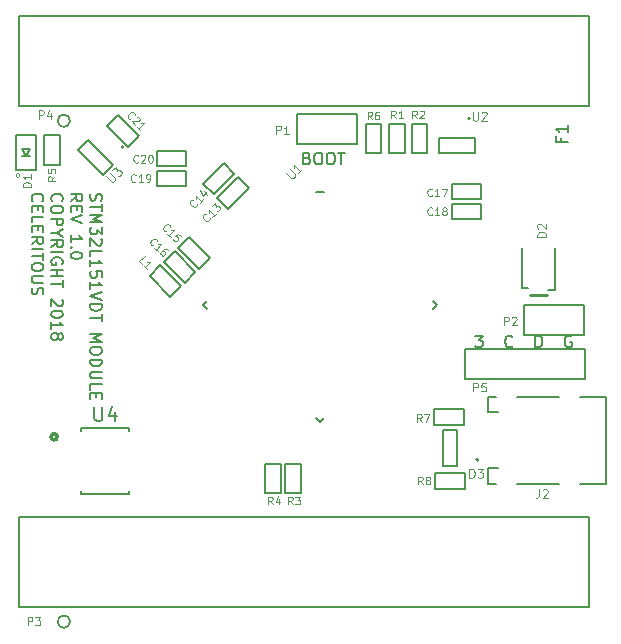
<source format=gto>
G04 #@! TF.FileFunction,Legend,Top*
%FSLAX46Y46*%
G04 Gerber Fmt 4.6, Leading zero omitted, Abs format (unit mm)*
G04 Created by KiCad (PCBNEW 4.0.7) date 02/27/18 15:26:37*
%MOMM*%
%LPD*%
G01*
G04 APERTURE LIST*
%ADD10C,0.100000*%
%ADD11C,0.150000*%
%ADD12C,0.200000*%
%ADD13C,0.250000*%
%ADD14C,0.300000*%
%ADD15C,0.097500*%
G04 APERTURE END LIST*
D10*
D11*
X86292858Y-112078571D02*
X86435715Y-112126190D01*
X86483334Y-112173810D01*
X86530953Y-112269048D01*
X86530953Y-112411905D01*
X86483334Y-112507143D01*
X86435715Y-112554762D01*
X86340477Y-112602381D01*
X85959524Y-112602381D01*
X85959524Y-111602381D01*
X86292858Y-111602381D01*
X86388096Y-111650000D01*
X86435715Y-111697619D01*
X86483334Y-111792857D01*
X86483334Y-111888095D01*
X86435715Y-111983333D01*
X86388096Y-112030952D01*
X86292858Y-112078571D01*
X85959524Y-112078571D01*
X87150000Y-111602381D02*
X87340477Y-111602381D01*
X87435715Y-111650000D01*
X87530953Y-111745238D01*
X87578572Y-111935714D01*
X87578572Y-112269048D01*
X87530953Y-112459524D01*
X87435715Y-112554762D01*
X87340477Y-112602381D01*
X87150000Y-112602381D01*
X87054762Y-112554762D01*
X86959524Y-112459524D01*
X86911905Y-112269048D01*
X86911905Y-111935714D01*
X86959524Y-111745238D01*
X87054762Y-111650000D01*
X87150000Y-111602381D01*
X88197619Y-111602381D02*
X88388096Y-111602381D01*
X88483334Y-111650000D01*
X88578572Y-111745238D01*
X88626191Y-111935714D01*
X88626191Y-112269048D01*
X88578572Y-112459524D01*
X88483334Y-112554762D01*
X88388096Y-112602381D01*
X88197619Y-112602381D01*
X88102381Y-112554762D01*
X88007143Y-112459524D01*
X87959524Y-112269048D01*
X87959524Y-111935714D01*
X88007143Y-111745238D01*
X88102381Y-111650000D01*
X88197619Y-111602381D01*
X88911905Y-111602381D02*
X89483334Y-111602381D01*
X89197619Y-112602381D02*
X89197619Y-111602381D01*
X67970238Y-115090476D02*
X67922619Y-115233333D01*
X67922619Y-115471429D01*
X67970238Y-115566667D01*
X68017857Y-115614286D01*
X68113095Y-115661905D01*
X68208333Y-115661905D01*
X68303571Y-115614286D01*
X68351190Y-115566667D01*
X68398810Y-115471429D01*
X68446429Y-115280952D01*
X68494048Y-115185714D01*
X68541667Y-115138095D01*
X68636905Y-115090476D01*
X68732143Y-115090476D01*
X68827381Y-115138095D01*
X68875000Y-115185714D01*
X68922619Y-115280952D01*
X68922619Y-115519048D01*
X68875000Y-115661905D01*
X68922619Y-115947619D02*
X68922619Y-116519048D01*
X67922619Y-116233333D02*
X68922619Y-116233333D01*
X67922619Y-116852381D02*
X68922619Y-116852381D01*
X68208333Y-117185715D01*
X68922619Y-117519048D01*
X67922619Y-117519048D01*
X68922619Y-117900000D02*
X68922619Y-118519048D01*
X68541667Y-118185714D01*
X68541667Y-118328572D01*
X68494048Y-118423810D01*
X68446429Y-118471429D01*
X68351190Y-118519048D01*
X68113095Y-118519048D01*
X68017857Y-118471429D01*
X67970238Y-118423810D01*
X67922619Y-118328572D01*
X67922619Y-118042857D01*
X67970238Y-117947619D01*
X68017857Y-117900000D01*
X68827381Y-118900000D02*
X68875000Y-118947619D01*
X68922619Y-119042857D01*
X68922619Y-119280953D01*
X68875000Y-119376191D01*
X68827381Y-119423810D01*
X68732143Y-119471429D01*
X68636905Y-119471429D01*
X68494048Y-119423810D01*
X67922619Y-118852381D01*
X67922619Y-119471429D01*
X67922619Y-120376191D02*
X67922619Y-119900000D01*
X68922619Y-119900000D01*
X67922619Y-121233334D02*
X67922619Y-120661905D01*
X67922619Y-120947619D02*
X68922619Y-120947619D01*
X68779762Y-120852381D01*
X68684524Y-120757143D01*
X68636905Y-120661905D01*
X68922619Y-122138096D02*
X68922619Y-121661905D01*
X68446429Y-121614286D01*
X68494048Y-121661905D01*
X68541667Y-121757143D01*
X68541667Y-121995239D01*
X68494048Y-122090477D01*
X68446429Y-122138096D01*
X68351190Y-122185715D01*
X68113095Y-122185715D01*
X68017857Y-122138096D01*
X67970238Y-122090477D01*
X67922619Y-121995239D01*
X67922619Y-121757143D01*
X67970238Y-121661905D01*
X68017857Y-121614286D01*
X67922619Y-123138096D02*
X67922619Y-122566667D01*
X67922619Y-122852381D02*
X68922619Y-122852381D01*
X68779762Y-122757143D01*
X68684524Y-122661905D01*
X68636905Y-122566667D01*
X68922619Y-123423810D02*
X67922619Y-123757143D01*
X68922619Y-124090477D01*
X67922619Y-124423810D02*
X68922619Y-124423810D01*
X68922619Y-124661905D01*
X68875000Y-124804763D01*
X68779762Y-124900001D01*
X68684524Y-124947620D01*
X68494048Y-124995239D01*
X68351190Y-124995239D01*
X68160714Y-124947620D01*
X68065476Y-124900001D01*
X67970238Y-124804763D01*
X67922619Y-124661905D01*
X67922619Y-124423810D01*
X68922619Y-125280953D02*
X68922619Y-125852382D01*
X67922619Y-125566667D02*
X68922619Y-125566667D01*
X67922619Y-126947620D02*
X68922619Y-126947620D01*
X68208333Y-127280954D01*
X68922619Y-127614287D01*
X67922619Y-127614287D01*
X68922619Y-128280953D02*
X68922619Y-128471430D01*
X68875000Y-128566668D01*
X68779762Y-128661906D01*
X68589286Y-128709525D01*
X68255952Y-128709525D01*
X68065476Y-128661906D01*
X67970238Y-128566668D01*
X67922619Y-128471430D01*
X67922619Y-128280953D01*
X67970238Y-128185715D01*
X68065476Y-128090477D01*
X68255952Y-128042858D01*
X68589286Y-128042858D01*
X68779762Y-128090477D01*
X68875000Y-128185715D01*
X68922619Y-128280953D01*
X67922619Y-129138096D02*
X68922619Y-129138096D01*
X68922619Y-129376191D01*
X68875000Y-129519049D01*
X68779762Y-129614287D01*
X68684524Y-129661906D01*
X68494048Y-129709525D01*
X68351190Y-129709525D01*
X68160714Y-129661906D01*
X68065476Y-129614287D01*
X67970238Y-129519049D01*
X67922619Y-129376191D01*
X67922619Y-129138096D01*
X68922619Y-130138096D02*
X68113095Y-130138096D01*
X68017857Y-130185715D01*
X67970238Y-130233334D01*
X67922619Y-130328572D01*
X67922619Y-130519049D01*
X67970238Y-130614287D01*
X68017857Y-130661906D01*
X68113095Y-130709525D01*
X68922619Y-130709525D01*
X67922619Y-131661906D02*
X67922619Y-131185715D01*
X68922619Y-131185715D01*
X68446429Y-131995239D02*
X68446429Y-132328573D01*
X67922619Y-132471430D02*
X67922619Y-131995239D01*
X68922619Y-131995239D01*
X68922619Y-132471430D01*
X66272619Y-115709524D02*
X66748810Y-115376190D01*
X66272619Y-115138095D02*
X67272619Y-115138095D01*
X67272619Y-115519048D01*
X67225000Y-115614286D01*
X67177381Y-115661905D01*
X67082143Y-115709524D01*
X66939286Y-115709524D01*
X66844048Y-115661905D01*
X66796429Y-115614286D01*
X66748810Y-115519048D01*
X66748810Y-115138095D01*
X66796429Y-116138095D02*
X66796429Y-116471429D01*
X66272619Y-116614286D02*
X66272619Y-116138095D01*
X67272619Y-116138095D01*
X67272619Y-116614286D01*
X67272619Y-116900000D02*
X66272619Y-117233333D01*
X67272619Y-117566667D01*
X66272619Y-119185715D02*
X66272619Y-118614286D01*
X66272619Y-118900000D02*
X67272619Y-118900000D01*
X67129762Y-118804762D01*
X67034524Y-118709524D01*
X66986905Y-118614286D01*
X66367857Y-119614286D02*
X66320238Y-119661905D01*
X66272619Y-119614286D01*
X66320238Y-119566667D01*
X66367857Y-119614286D01*
X66272619Y-119614286D01*
X67272619Y-120280952D02*
X67272619Y-120376191D01*
X67225000Y-120471429D01*
X67177381Y-120519048D01*
X67082143Y-120566667D01*
X66891667Y-120614286D01*
X66653571Y-120614286D01*
X66463095Y-120566667D01*
X66367857Y-120519048D01*
X66320238Y-120471429D01*
X66272619Y-120376191D01*
X66272619Y-120280952D01*
X66320238Y-120185714D01*
X66367857Y-120138095D01*
X66463095Y-120090476D01*
X66653571Y-120042857D01*
X66891667Y-120042857D01*
X67082143Y-120090476D01*
X67177381Y-120138095D01*
X67225000Y-120185714D01*
X67272619Y-120280952D01*
X64717857Y-115709524D02*
X64670238Y-115661905D01*
X64622619Y-115519048D01*
X64622619Y-115423810D01*
X64670238Y-115280952D01*
X64765476Y-115185714D01*
X64860714Y-115138095D01*
X65051190Y-115090476D01*
X65194048Y-115090476D01*
X65384524Y-115138095D01*
X65479762Y-115185714D01*
X65575000Y-115280952D01*
X65622619Y-115423810D01*
X65622619Y-115519048D01*
X65575000Y-115661905D01*
X65527381Y-115709524D01*
X65622619Y-116328571D02*
X65622619Y-116519048D01*
X65575000Y-116614286D01*
X65479762Y-116709524D01*
X65289286Y-116757143D01*
X64955952Y-116757143D01*
X64765476Y-116709524D01*
X64670238Y-116614286D01*
X64622619Y-116519048D01*
X64622619Y-116328571D01*
X64670238Y-116233333D01*
X64765476Y-116138095D01*
X64955952Y-116090476D01*
X65289286Y-116090476D01*
X65479762Y-116138095D01*
X65575000Y-116233333D01*
X65622619Y-116328571D01*
X64622619Y-117185714D02*
X65622619Y-117185714D01*
X65622619Y-117566667D01*
X65575000Y-117661905D01*
X65527381Y-117709524D01*
X65432143Y-117757143D01*
X65289286Y-117757143D01*
X65194048Y-117709524D01*
X65146429Y-117661905D01*
X65098810Y-117566667D01*
X65098810Y-117185714D01*
X65098810Y-118376190D02*
X64622619Y-118376190D01*
X65622619Y-118042857D02*
X65098810Y-118376190D01*
X65622619Y-118709524D01*
X64622619Y-119614286D02*
X65098810Y-119280952D01*
X64622619Y-119042857D02*
X65622619Y-119042857D01*
X65622619Y-119423810D01*
X65575000Y-119519048D01*
X65527381Y-119566667D01*
X65432143Y-119614286D01*
X65289286Y-119614286D01*
X65194048Y-119566667D01*
X65146429Y-119519048D01*
X65098810Y-119423810D01*
X65098810Y-119042857D01*
X64622619Y-120042857D02*
X65622619Y-120042857D01*
X65575000Y-121042857D02*
X65622619Y-120947619D01*
X65622619Y-120804762D01*
X65575000Y-120661904D01*
X65479762Y-120566666D01*
X65384524Y-120519047D01*
X65194048Y-120471428D01*
X65051190Y-120471428D01*
X64860714Y-120519047D01*
X64765476Y-120566666D01*
X64670238Y-120661904D01*
X64622619Y-120804762D01*
X64622619Y-120900000D01*
X64670238Y-121042857D01*
X64717857Y-121090476D01*
X65051190Y-121090476D01*
X65051190Y-120900000D01*
X64622619Y-121519047D02*
X65622619Y-121519047D01*
X65146429Y-121519047D02*
X65146429Y-122090476D01*
X64622619Y-122090476D02*
X65622619Y-122090476D01*
X65622619Y-122423809D02*
X65622619Y-122995238D01*
X64622619Y-122709523D02*
X65622619Y-122709523D01*
X65527381Y-124042857D02*
X65575000Y-124090476D01*
X65622619Y-124185714D01*
X65622619Y-124423810D01*
X65575000Y-124519048D01*
X65527381Y-124566667D01*
X65432143Y-124614286D01*
X65336905Y-124614286D01*
X65194048Y-124566667D01*
X64622619Y-123995238D01*
X64622619Y-124614286D01*
X65622619Y-125233333D02*
X65622619Y-125328572D01*
X65575000Y-125423810D01*
X65527381Y-125471429D01*
X65432143Y-125519048D01*
X65241667Y-125566667D01*
X65003571Y-125566667D01*
X64813095Y-125519048D01*
X64717857Y-125471429D01*
X64670238Y-125423810D01*
X64622619Y-125328572D01*
X64622619Y-125233333D01*
X64670238Y-125138095D01*
X64717857Y-125090476D01*
X64813095Y-125042857D01*
X65003571Y-124995238D01*
X65241667Y-124995238D01*
X65432143Y-125042857D01*
X65527381Y-125090476D01*
X65575000Y-125138095D01*
X65622619Y-125233333D01*
X64622619Y-126519048D02*
X64622619Y-125947619D01*
X64622619Y-126233333D02*
X65622619Y-126233333D01*
X65479762Y-126138095D01*
X65384524Y-126042857D01*
X65336905Y-125947619D01*
X65194048Y-127090476D02*
X65241667Y-126995238D01*
X65289286Y-126947619D01*
X65384524Y-126900000D01*
X65432143Y-126900000D01*
X65527381Y-126947619D01*
X65575000Y-126995238D01*
X65622619Y-127090476D01*
X65622619Y-127280953D01*
X65575000Y-127376191D01*
X65527381Y-127423810D01*
X65432143Y-127471429D01*
X65384524Y-127471429D01*
X65289286Y-127423810D01*
X65241667Y-127376191D01*
X65194048Y-127280953D01*
X65194048Y-127090476D01*
X65146429Y-126995238D01*
X65098810Y-126947619D01*
X65003571Y-126900000D01*
X64813095Y-126900000D01*
X64717857Y-126947619D01*
X64670238Y-126995238D01*
X64622619Y-127090476D01*
X64622619Y-127280953D01*
X64670238Y-127376191D01*
X64717857Y-127423810D01*
X64813095Y-127471429D01*
X65003571Y-127471429D01*
X65098810Y-127423810D01*
X65146429Y-127376191D01*
X65194048Y-127280953D01*
X63067857Y-115709524D02*
X63020238Y-115661905D01*
X62972619Y-115519048D01*
X62972619Y-115423810D01*
X63020238Y-115280952D01*
X63115476Y-115185714D01*
X63210714Y-115138095D01*
X63401190Y-115090476D01*
X63544048Y-115090476D01*
X63734524Y-115138095D01*
X63829762Y-115185714D01*
X63925000Y-115280952D01*
X63972619Y-115423810D01*
X63972619Y-115519048D01*
X63925000Y-115661905D01*
X63877381Y-115709524D01*
X63496429Y-116138095D02*
X63496429Y-116471429D01*
X62972619Y-116614286D02*
X62972619Y-116138095D01*
X63972619Y-116138095D01*
X63972619Y-116614286D01*
X62972619Y-117519048D02*
X62972619Y-117042857D01*
X63972619Y-117042857D01*
X63496429Y-117852381D02*
X63496429Y-118185715D01*
X62972619Y-118328572D02*
X62972619Y-117852381D01*
X63972619Y-117852381D01*
X63972619Y-118328572D01*
X62972619Y-119328572D02*
X63448810Y-118995238D01*
X62972619Y-118757143D02*
X63972619Y-118757143D01*
X63972619Y-119138096D01*
X63925000Y-119233334D01*
X63877381Y-119280953D01*
X63782143Y-119328572D01*
X63639286Y-119328572D01*
X63544048Y-119280953D01*
X63496429Y-119233334D01*
X63448810Y-119138096D01*
X63448810Y-118757143D01*
X62972619Y-119757143D02*
X63972619Y-119757143D01*
X63972619Y-120090476D02*
X63972619Y-120661905D01*
X62972619Y-120376190D02*
X63972619Y-120376190D01*
X63972619Y-121185714D02*
X63972619Y-121376191D01*
X63925000Y-121471429D01*
X63829762Y-121566667D01*
X63639286Y-121614286D01*
X63305952Y-121614286D01*
X63115476Y-121566667D01*
X63020238Y-121471429D01*
X62972619Y-121376191D01*
X62972619Y-121185714D01*
X63020238Y-121090476D01*
X63115476Y-120995238D01*
X63305952Y-120947619D01*
X63639286Y-120947619D01*
X63829762Y-120995238D01*
X63925000Y-121090476D01*
X63972619Y-121185714D01*
X63972619Y-122042857D02*
X63163095Y-122042857D01*
X63067857Y-122090476D01*
X63020238Y-122138095D01*
X62972619Y-122233333D01*
X62972619Y-122423810D01*
X63020238Y-122519048D01*
X63067857Y-122566667D01*
X63163095Y-122614286D01*
X63972619Y-122614286D01*
X63020238Y-123042857D02*
X62972619Y-123185714D01*
X62972619Y-123423810D01*
X63020238Y-123519048D01*
X63067857Y-123566667D01*
X63163095Y-123614286D01*
X63258333Y-123614286D01*
X63353571Y-123566667D01*
X63401190Y-123519048D01*
X63448810Y-123423810D01*
X63496429Y-123233333D01*
X63544048Y-123138095D01*
X63591667Y-123090476D01*
X63686905Y-123042857D01*
X63782143Y-123042857D01*
X63877381Y-123090476D01*
X63925000Y-123138095D01*
X63972619Y-123233333D01*
X63972619Y-123471429D01*
X63925000Y-123614286D01*
X100530952Y-127102381D02*
X101150000Y-127102381D01*
X100816666Y-127483333D01*
X100959524Y-127483333D01*
X101054762Y-127530952D01*
X101102381Y-127578571D01*
X101150000Y-127673810D01*
X101150000Y-127911905D01*
X101102381Y-128007143D01*
X101054762Y-128054762D01*
X100959524Y-128102381D01*
X100673809Y-128102381D01*
X100578571Y-128054762D01*
X100530952Y-128007143D01*
X103673810Y-128007143D02*
X103626191Y-128054762D01*
X103483334Y-128102381D01*
X103388096Y-128102381D01*
X103245238Y-128054762D01*
X103150000Y-127959524D01*
X103102381Y-127864286D01*
X103054762Y-127673810D01*
X103054762Y-127530952D01*
X103102381Y-127340476D01*
X103150000Y-127245238D01*
X103245238Y-127150000D01*
X103388096Y-127102381D01*
X103483334Y-127102381D01*
X103626191Y-127150000D01*
X103673810Y-127197619D01*
X105626191Y-128102381D02*
X105626191Y-127102381D01*
X105864286Y-127102381D01*
X106007144Y-127150000D01*
X106102382Y-127245238D01*
X106150001Y-127340476D01*
X106197620Y-127530952D01*
X106197620Y-127673810D01*
X106150001Y-127864286D01*
X106102382Y-127959524D01*
X106007144Y-128054762D01*
X105864286Y-128102381D01*
X105626191Y-128102381D01*
X108673811Y-127150000D02*
X108578573Y-127102381D01*
X108435716Y-127102381D01*
X108292858Y-127150000D01*
X108197620Y-127245238D01*
X108150001Y-127340476D01*
X108102382Y-127530952D01*
X108102382Y-127673810D01*
X108150001Y-127864286D01*
X108197620Y-127959524D01*
X108292858Y-128054762D01*
X108435716Y-128102381D01*
X108530954Y-128102381D01*
X108673811Y-128054762D01*
X108721430Y-128007143D01*
X108721430Y-127673810D01*
X108530954Y-127673810D01*
D12*
X61650000Y-113100000D02*
X61650000Y-110100000D01*
X61650000Y-110100000D02*
X63350000Y-110100000D01*
X63350000Y-110100000D02*
X63350000Y-113100000D01*
X63350000Y-113100000D02*
X61650000Y-113100000D01*
X62500000Y-111894400D02*
X62160000Y-111305600D01*
X62160000Y-111305600D02*
X62840000Y-111305600D01*
X62840000Y-111305600D02*
X62500000Y-111894400D01*
X62160000Y-111894400D02*
X62840000Y-111894400D01*
D11*
X97800000Y-138100000D02*
X97800000Y-135100000D01*
X97800000Y-135100000D02*
X99000000Y-135100000D01*
X99000000Y-135100000D02*
X99000000Y-138100000D01*
X99000000Y-138100000D02*
X97800000Y-138100000D01*
X100800000Y-137600000D02*
G75*
G03X100800000Y-137600000I-100000J0D01*
G01*
X102300000Y-139700000D02*
X101600000Y-139700000D01*
X101600000Y-139700000D02*
X101600000Y-138300000D01*
X101600000Y-138300000D02*
X102500000Y-138300000D01*
X107600000Y-139700000D02*
X104100000Y-139700000D01*
X109400000Y-132300000D02*
X111600000Y-132300000D01*
X111600000Y-132300000D02*
X111600000Y-139700000D01*
X111600000Y-139700000D02*
X109400000Y-139700000D01*
X104100000Y-132300000D02*
X107600000Y-132300000D01*
X102500000Y-133600000D02*
X101600000Y-133600000D01*
X101600000Y-133600000D02*
X101600000Y-132300000D01*
X101600000Y-132300000D02*
X102300000Y-132300000D01*
X90510000Y-108330000D02*
X90510000Y-110870000D01*
X90510000Y-110870000D02*
X85430000Y-110870000D01*
X85430000Y-110870000D02*
X85430000Y-108330000D01*
X85430000Y-108330000D02*
X90510000Y-108330000D01*
X109710000Y-124530000D02*
X109710000Y-127070000D01*
X109710000Y-127070000D02*
X104630000Y-127070000D01*
X104630000Y-127070000D02*
X104630000Y-124530000D01*
X104630000Y-124530000D02*
X109710000Y-124530000D01*
X63160000Y-150040000D02*
X61890000Y-150040000D01*
X63160000Y-142420000D02*
X61890000Y-142420000D01*
X63160000Y-142420000D02*
X110150000Y-142420000D01*
X110150000Y-150040000D02*
X63160000Y-150040000D01*
X110150000Y-142420000D02*
X110150000Y-150040000D01*
X66223634Y-151310000D02*
G75*
G03X66223634Y-151310000I-523634J0D01*
G01*
X61890000Y-142420000D02*
X61890000Y-150040000D01*
X63160000Y-107640000D02*
X61890000Y-107640000D01*
X63160000Y-100020000D02*
X61890000Y-100020000D01*
X63160000Y-100020000D02*
X110150000Y-100020000D01*
X110150000Y-107640000D02*
X63160000Y-107640000D01*
X110150000Y-100020000D02*
X110150000Y-107640000D01*
X66223634Y-108910000D02*
G75*
G03X66223634Y-108910000I-523634J0D01*
G01*
X61890000Y-100020000D02*
X61890000Y-107640000D01*
X99630000Y-130770000D02*
X99630000Y-128230000D01*
X99630000Y-128230000D02*
X109790000Y-128230000D01*
X109790000Y-128230000D02*
X109790000Y-130770000D01*
X109790000Y-130770000D02*
X99630000Y-130770000D01*
D12*
X94550000Y-109150000D02*
X94550000Y-111650000D01*
X94550000Y-111650000D02*
X93250000Y-111650000D01*
X93250000Y-111650000D02*
X93250000Y-109150000D01*
X93250000Y-109150000D02*
X94550000Y-109150000D01*
X96450000Y-109150000D02*
X96450000Y-111650000D01*
X96450000Y-111650000D02*
X95150000Y-111650000D01*
X95150000Y-111650000D02*
X95150000Y-109150000D01*
X95150000Y-109150000D02*
X96450000Y-109150000D01*
X84450000Y-140450000D02*
X84450000Y-137950000D01*
X84450000Y-137950000D02*
X85750000Y-137950000D01*
X85750000Y-137950000D02*
X85750000Y-140450000D01*
X85750000Y-140450000D02*
X84450000Y-140450000D01*
X82750000Y-140450000D02*
X82750000Y-137950000D01*
X82750000Y-137950000D02*
X84050000Y-137950000D01*
X84050000Y-137950000D02*
X84050000Y-140450000D01*
X84050000Y-140450000D02*
X82750000Y-140450000D01*
X65350000Y-110150000D02*
X65350000Y-112650000D01*
X65350000Y-112650000D02*
X64050000Y-112650000D01*
X64050000Y-112650000D02*
X64050000Y-110150000D01*
X64050000Y-110150000D02*
X65350000Y-110150000D01*
X92550000Y-109150000D02*
X92550000Y-111650000D01*
X92550000Y-111650000D02*
X91250000Y-111650000D01*
X91250000Y-111650000D02*
X91250000Y-109150000D01*
X91250000Y-109150000D02*
X92550000Y-109150000D01*
X97050000Y-133350000D02*
X99550000Y-133350000D01*
X99550000Y-133350000D02*
X99550000Y-134650000D01*
X99550000Y-134650000D02*
X97050000Y-134650000D01*
X97050000Y-134650000D02*
X97050000Y-133350000D01*
X97150000Y-138750000D02*
X99650000Y-138750000D01*
X99650000Y-138750000D02*
X99650000Y-140050000D01*
X99650000Y-140050000D02*
X97150000Y-140050000D01*
X97150000Y-140050000D02*
X97150000Y-138750000D01*
D11*
X87046447Y-114954058D02*
X87753553Y-114954058D01*
X96945942Y-124146447D02*
X97299495Y-124500000D01*
X97299495Y-124500000D02*
X96945942Y-124853553D01*
X77854058Y-124853553D02*
X77500505Y-124500000D01*
X77500505Y-124500000D02*
X77854058Y-124146447D01*
X87046447Y-134045942D02*
X87400000Y-134399495D01*
X87400000Y-134399495D02*
X87753553Y-134045942D01*
X100500000Y-111600000D02*
X97500000Y-111600000D01*
X97500000Y-111600000D02*
X97500000Y-110400000D01*
X97500000Y-110400000D02*
X100500000Y-110400000D01*
X100500000Y-110400000D02*
X100500000Y-111600000D01*
X100100000Y-108700000D02*
G75*
G03X100100000Y-108700000I-100000J0D01*
G01*
X68984924Y-113536396D02*
X66863604Y-111415076D01*
X66863604Y-111415076D02*
X67712132Y-110566548D01*
X67712132Y-110566548D02*
X69833452Y-112687868D01*
X69833452Y-112687868D02*
X68984924Y-113536396D01*
X70781981Y-111132233D02*
G75*
G03X70781981Y-111132233I-100000J0D01*
G01*
D13*
X106600000Y-123700000D02*
X105200000Y-123700000D01*
D11*
X104500000Y-119700000D02*
X104500000Y-123100000D01*
X104500000Y-123100000D02*
X105000000Y-123100000D01*
X107300000Y-119700000D02*
X107300000Y-123200000D01*
X107300000Y-123200000D02*
X106700000Y-123200000D01*
D12*
X78656497Y-115424264D02*
X80424264Y-113656497D01*
X80424264Y-113656497D02*
X81343503Y-114575736D01*
X81343503Y-114575736D02*
X79575736Y-116343503D01*
X79575736Y-116343503D02*
X78656497Y-115424264D01*
X77456497Y-114224264D02*
X79224264Y-112456497D01*
X79224264Y-112456497D02*
X80143503Y-113375736D01*
X80143503Y-113375736D02*
X78375736Y-115143503D01*
X78375736Y-115143503D02*
X77456497Y-114224264D01*
X77124264Y-121443503D02*
X75356497Y-119675736D01*
X75356497Y-119675736D02*
X76275736Y-118756497D01*
X76275736Y-118756497D02*
X78043503Y-120524264D01*
X78043503Y-120524264D02*
X77124264Y-121443503D01*
X75924264Y-122643503D02*
X74156497Y-120875736D01*
X74156497Y-120875736D02*
X75075736Y-119956497D01*
X75075736Y-119956497D02*
X76843503Y-121724264D01*
X76843503Y-121724264D02*
X75924264Y-122643503D01*
X73875736Y-121156497D02*
X75643503Y-122924264D01*
X75643503Y-122924264D02*
X74724264Y-123843503D01*
X74724264Y-123843503D02*
X72956497Y-122075736D01*
X72956497Y-122075736D02*
X73875736Y-121156497D01*
X101050000Y-115550000D02*
X98550000Y-115550000D01*
X98550000Y-115550000D02*
X98550000Y-114250000D01*
X98550000Y-114250000D02*
X101050000Y-114250000D01*
X101050000Y-114250000D02*
X101050000Y-115550000D01*
X101050000Y-117250000D02*
X98550000Y-117250000D01*
X98550000Y-117250000D02*
X98550000Y-115950000D01*
X98550000Y-115950000D02*
X101050000Y-115950000D01*
X101050000Y-115950000D02*
X101050000Y-117250000D01*
X76050000Y-114450000D02*
X73550000Y-114450000D01*
X73550000Y-114450000D02*
X73550000Y-113150000D01*
X73550000Y-113150000D02*
X76050000Y-113150000D01*
X76050000Y-113150000D02*
X76050000Y-114450000D01*
X76050000Y-112750000D02*
X73550000Y-112750000D01*
X73550000Y-112750000D02*
X73550000Y-111450000D01*
X73550000Y-111450000D02*
X76050000Y-111450000D01*
X76050000Y-111450000D02*
X76050000Y-112750000D01*
D11*
X71232000Y-140240000D02*
X71232000Y-140494000D01*
X71232000Y-140494000D02*
X67168000Y-140494000D01*
X67168000Y-140494000D02*
X67168000Y-140240000D01*
X71232000Y-135160000D02*
X71232000Y-134906000D01*
X71232000Y-134906000D02*
X67168000Y-134906000D01*
X67168000Y-134906000D02*
X67168000Y-135160000D01*
D14*
X65136000Y-135668000D02*
G75*
G03X65136000Y-135668000I-254000J0D01*
G01*
D12*
X71124264Y-111143503D02*
X69356497Y-109375736D01*
X69356497Y-109375736D02*
X70275736Y-108456497D01*
X70275736Y-108456497D02*
X72043503Y-110224264D01*
X72043503Y-110224264D02*
X71124264Y-111143503D01*
D10*
X62916667Y-114516666D02*
X62216667Y-114516666D01*
X62216667Y-114350000D01*
X62250000Y-114250000D01*
X62316667Y-114183333D01*
X62383333Y-114150000D01*
X62516667Y-114116666D01*
X62616667Y-114116666D01*
X62750000Y-114150000D01*
X62816667Y-114183333D01*
X62883333Y-114250000D01*
X62916667Y-114350000D01*
X62916667Y-114516666D01*
X62916667Y-113450000D02*
X62916667Y-113850000D01*
X62916667Y-113650000D02*
X62216667Y-113650000D01*
X62316667Y-113716666D01*
X62383333Y-113783333D01*
X62416667Y-113850000D01*
X61626190Y-113538095D02*
X61626190Y-113461905D01*
X61664286Y-113385714D01*
X61740476Y-113347619D01*
X61816667Y-113347619D01*
X61892857Y-113385714D01*
X61930952Y-113461905D01*
X61930952Y-113538095D01*
X61892857Y-113614286D01*
X61816667Y-113652381D01*
X61740476Y-113652381D01*
X61664286Y-113614286D01*
X61626190Y-113538095D01*
X100046428Y-139139286D02*
X100046428Y-138389286D01*
X100225000Y-138389286D01*
X100332143Y-138425000D01*
X100403571Y-138496429D01*
X100439286Y-138567857D01*
X100475000Y-138710714D01*
X100475000Y-138817857D01*
X100439286Y-138960714D01*
X100403571Y-139032143D01*
X100332143Y-139103571D01*
X100225000Y-139139286D01*
X100046428Y-139139286D01*
X100725000Y-138389286D02*
X101189286Y-138389286D01*
X100939286Y-138675000D01*
X101046428Y-138675000D01*
X101117857Y-138710714D01*
X101153571Y-138746429D01*
X101189286Y-138817857D01*
X101189286Y-138996429D01*
X101153571Y-139067857D01*
X101117857Y-139103571D01*
X101046428Y-139139286D01*
X100832143Y-139139286D01*
X100760714Y-139103571D01*
X100725000Y-139067857D01*
D11*
X107828571Y-110333333D02*
X107828571Y-110666667D01*
X108352381Y-110666667D02*
X107352381Y-110666667D01*
X107352381Y-110190476D01*
X108352381Y-109285714D02*
X108352381Y-109857143D01*
X108352381Y-109571429D02*
X107352381Y-109571429D01*
X107495238Y-109666667D01*
X107590476Y-109761905D01*
X107638095Y-109857143D01*
D10*
X105966667Y-140116667D02*
X105966667Y-140616667D01*
X105933333Y-140716667D01*
X105866667Y-140783333D01*
X105766667Y-140816667D01*
X105700000Y-140816667D01*
X106266666Y-140183333D02*
X106300000Y-140150000D01*
X106366666Y-140116667D01*
X106533333Y-140116667D01*
X106600000Y-140150000D01*
X106633333Y-140183333D01*
X106666666Y-140250000D01*
X106666666Y-140316667D01*
X106633333Y-140416667D01*
X106233333Y-140816667D01*
X106666666Y-140816667D01*
X83683334Y-110016667D02*
X83683334Y-109316667D01*
X83950000Y-109316667D01*
X84016667Y-109350000D01*
X84050000Y-109383333D01*
X84083334Y-109450000D01*
X84083334Y-109550000D01*
X84050000Y-109616667D01*
X84016667Y-109650000D01*
X83950000Y-109683333D01*
X83683334Y-109683333D01*
X84750000Y-110016667D02*
X84350000Y-110016667D01*
X84550000Y-110016667D02*
X84550000Y-109316667D01*
X84483334Y-109416667D01*
X84416667Y-109483333D01*
X84350000Y-109516667D01*
X102983334Y-126216667D02*
X102983334Y-125516667D01*
X103250000Y-125516667D01*
X103316667Y-125550000D01*
X103350000Y-125583333D01*
X103383334Y-125650000D01*
X103383334Y-125750000D01*
X103350000Y-125816667D01*
X103316667Y-125850000D01*
X103250000Y-125883333D01*
X102983334Y-125883333D01*
X103650000Y-125583333D02*
X103683334Y-125550000D01*
X103750000Y-125516667D01*
X103916667Y-125516667D01*
X103983334Y-125550000D01*
X104016667Y-125583333D01*
X104050000Y-125650000D01*
X104050000Y-125716667D01*
X104016667Y-125816667D01*
X103616667Y-126216667D01*
X104050000Y-126216667D01*
X62643334Y-151626667D02*
X62643334Y-150926667D01*
X62910000Y-150926667D01*
X62976667Y-150960000D01*
X63010000Y-150993333D01*
X63043334Y-151060000D01*
X63043334Y-151160000D01*
X63010000Y-151226667D01*
X62976667Y-151260000D01*
X62910000Y-151293333D01*
X62643334Y-151293333D01*
X63276667Y-150926667D02*
X63710000Y-150926667D01*
X63476667Y-151193333D01*
X63576667Y-151193333D01*
X63643334Y-151226667D01*
X63676667Y-151260000D01*
X63710000Y-151326667D01*
X63710000Y-151493333D01*
X63676667Y-151560000D01*
X63643334Y-151593333D01*
X63576667Y-151626667D01*
X63376667Y-151626667D01*
X63310000Y-151593333D01*
X63276667Y-151560000D01*
X63583334Y-108716667D02*
X63583334Y-108016667D01*
X63850000Y-108016667D01*
X63916667Y-108050000D01*
X63950000Y-108083333D01*
X63983334Y-108150000D01*
X63983334Y-108250000D01*
X63950000Y-108316667D01*
X63916667Y-108350000D01*
X63850000Y-108383333D01*
X63583334Y-108383333D01*
X64583334Y-108250000D02*
X64583334Y-108716667D01*
X64416667Y-107983333D02*
X64250000Y-108483333D01*
X64683334Y-108483333D01*
X100383334Y-131816667D02*
X100383334Y-131116667D01*
X100650000Y-131116667D01*
X100716667Y-131150000D01*
X100750000Y-131183333D01*
X100783334Y-131250000D01*
X100783334Y-131350000D01*
X100750000Y-131416667D01*
X100716667Y-131450000D01*
X100650000Y-131483333D01*
X100383334Y-131483333D01*
X101416667Y-131116667D02*
X101083334Y-131116667D01*
X101050000Y-131450000D01*
X101083334Y-131416667D01*
X101150000Y-131383333D01*
X101316667Y-131383333D01*
X101383334Y-131416667D01*
X101416667Y-131450000D01*
X101450000Y-131516667D01*
X101450000Y-131683333D01*
X101416667Y-131750000D01*
X101383334Y-131783333D01*
X101316667Y-131816667D01*
X101150000Y-131816667D01*
X101083334Y-131783333D01*
X101050000Y-131750000D01*
D15*
X93791666Y-108694048D02*
X93575000Y-108384524D01*
X93420238Y-108694048D02*
X93420238Y-108044048D01*
X93667857Y-108044048D01*
X93729762Y-108075000D01*
X93760714Y-108105952D01*
X93791666Y-108167857D01*
X93791666Y-108260714D01*
X93760714Y-108322619D01*
X93729762Y-108353571D01*
X93667857Y-108384524D01*
X93420238Y-108384524D01*
X94410714Y-108694048D02*
X94039286Y-108694048D01*
X94225000Y-108694048D02*
X94225000Y-108044048D01*
X94163095Y-108136905D01*
X94101190Y-108198810D01*
X94039286Y-108229762D01*
X95591666Y-108694048D02*
X95375000Y-108384524D01*
X95220238Y-108694048D02*
X95220238Y-108044048D01*
X95467857Y-108044048D01*
X95529762Y-108075000D01*
X95560714Y-108105952D01*
X95591666Y-108167857D01*
X95591666Y-108260714D01*
X95560714Y-108322619D01*
X95529762Y-108353571D01*
X95467857Y-108384524D01*
X95220238Y-108384524D01*
X95839286Y-108105952D02*
X95870238Y-108075000D01*
X95932143Y-108044048D01*
X96086905Y-108044048D01*
X96148809Y-108075000D01*
X96179762Y-108105952D01*
X96210714Y-108167857D01*
X96210714Y-108229762D01*
X96179762Y-108322619D01*
X95808333Y-108694048D01*
X96210714Y-108694048D01*
X85091666Y-141394048D02*
X84875000Y-141084524D01*
X84720238Y-141394048D02*
X84720238Y-140744048D01*
X84967857Y-140744048D01*
X85029762Y-140775000D01*
X85060714Y-140805952D01*
X85091666Y-140867857D01*
X85091666Y-140960714D01*
X85060714Y-141022619D01*
X85029762Y-141053571D01*
X84967857Y-141084524D01*
X84720238Y-141084524D01*
X85308333Y-140744048D02*
X85710714Y-140744048D01*
X85494047Y-140991667D01*
X85586905Y-140991667D01*
X85648809Y-141022619D01*
X85679762Y-141053571D01*
X85710714Y-141115476D01*
X85710714Y-141270238D01*
X85679762Y-141332143D01*
X85648809Y-141363095D01*
X85586905Y-141394048D01*
X85401190Y-141394048D01*
X85339286Y-141363095D01*
X85308333Y-141332143D01*
X83391666Y-141394048D02*
X83175000Y-141084524D01*
X83020238Y-141394048D02*
X83020238Y-140744048D01*
X83267857Y-140744048D01*
X83329762Y-140775000D01*
X83360714Y-140805952D01*
X83391666Y-140867857D01*
X83391666Y-140960714D01*
X83360714Y-141022619D01*
X83329762Y-141053571D01*
X83267857Y-141084524D01*
X83020238Y-141084524D01*
X83948809Y-140960714D02*
X83948809Y-141394048D01*
X83794047Y-140713095D02*
X83639286Y-141177381D01*
X84041666Y-141177381D01*
X64994048Y-113608334D02*
X64684524Y-113825000D01*
X64994048Y-113979762D02*
X64344048Y-113979762D01*
X64344048Y-113732143D01*
X64375000Y-113670238D01*
X64405952Y-113639286D01*
X64467857Y-113608334D01*
X64560714Y-113608334D01*
X64622619Y-113639286D01*
X64653571Y-113670238D01*
X64684524Y-113732143D01*
X64684524Y-113979762D01*
X64344048Y-113020238D02*
X64344048Y-113329762D01*
X64653571Y-113360714D01*
X64622619Y-113329762D01*
X64591667Y-113267857D01*
X64591667Y-113113095D01*
X64622619Y-113051191D01*
X64653571Y-113020238D01*
X64715476Y-112989286D01*
X64870238Y-112989286D01*
X64932143Y-113020238D01*
X64963095Y-113051191D01*
X64994048Y-113113095D01*
X64994048Y-113267857D01*
X64963095Y-113329762D01*
X64932143Y-113360714D01*
X91791666Y-108794048D02*
X91575000Y-108484524D01*
X91420238Y-108794048D02*
X91420238Y-108144048D01*
X91667857Y-108144048D01*
X91729762Y-108175000D01*
X91760714Y-108205952D01*
X91791666Y-108267857D01*
X91791666Y-108360714D01*
X91760714Y-108422619D01*
X91729762Y-108453571D01*
X91667857Y-108484524D01*
X91420238Y-108484524D01*
X92348809Y-108144048D02*
X92225000Y-108144048D01*
X92163095Y-108175000D01*
X92132143Y-108205952D01*
X92070238Y-108298810D01*
X92039286Y-108422619D01*
X92039286Y-108670238D01*
X92070238Y-108732143D01*
X92101190Y-108763095D01*
X92163095Y-108794048D01*
X92286905Y-108794048D01*
X92348809Y-108763095D01*
X92379762Y-108732143D01*
X92410714Y-108670238D01*
X92410714Y-108515476D01*
X92379762Y-108453571D01*
X92348809Y-108422619D01*
X92286905Y-108391667D01*
X92163095Y-108391667D01*
X92101190Y-108422619D01*
X92070238Y-108453571D01*
X92039286Y-108515476D01*
X95991666Y-134394048D02*
X95775000Y-134084524D01*
X95620238Y-134394048D02*
X95620238Y-133744048D01*
X95867857Y-133744048D01*
X95929762Y-133775000D01*
X95960714Y-133805952D01*
X95991666Y-133867857D01*
X95991666Y-133960714D01*
X95960714Y-134022619D01*
X95929762Y-134053571D01*
X95867857Y-134084524D01*
X95620238Y-134084524D01*
X96208333Y-133744048D02*
X96641666Y-133744048D01*
X96363095Y-134394048D01*
X96091666Y-139694048D02*
X95875000Y-139384524D01*
X95720238Y-139694048D02*
X95720238Y-139044048D01*
X95967857Y-139044048D01*
X96029762Y-139075000D01*
X96060714Y-139105952D01*
X96091666Y-139167857D01*
X96091666Y-139260714D01*
X96060714Y-139322619D01*
X96029762Y-139353571D01*
X95967857Y-139384524D01*
X95720238Y-139384524D01*
X96463095Y-139322619D02*
X96401190Y-139291667D01*
X96370238Y-139260714D01*
X96339286Y-139198810D01*
X96339286Y-139167857D01*
X96370238Y-139105952D01*
X96401190Y-139075000D01*
X96463095Y-139044048D01*
X96586905Y-139044048D01*
X96648809Y-139075000D01*
X96679762Y-139105952D01*
X96710714Y-139167857D01*
X96710714Y-139198810D01*
X96679762Y-139260714D01*
X96648809Y-139291667D01*
X96586905Y-139322619D01*
X96463095Y-139322619D01*
X96401190Y-139353571D01*
X96370238Y-139384524D01*
X96339286Y-139446429D01*
X96339286Y-139570238D01*
X96370238Y-139632143D01*
X96401190Y-139663095D01*
X96463095Y-139694048D01*
X96586905Y-139694048D01*
X96648809Y-139663095D01*
X96679762Y-139632143D01*
X96710714Y-139570238D01*
X96710714Y-139446429D01*
X96679762Y-139384524D01*
X96648809Y-139353571D01*
X96586905Y-139322619D01*
D10*
X84505520Y-113313642D02*
X84934835Y-113742957D01*
X85010596Y-113768210D01*
X85061104Y-113768210D01*
X85136866Y-113742956D01*
X85237881Y-113641941D01*
X85263134Y-113566179D01*
X85263135Y-113515671D01*
X85237881Y-113439910D01*
X84808566Y-113010595D01*
X85869226Y-113010595D02*
X85566180Y-113313642D01*
X85717703Y-113162119D02*
X85187373Y-112631788D01*
X85212627Y-112758058D01*
X85212627Y-112859072D01*
X85187372Y-112934834D01*
X100328571Y-108139286D02*
X100328571Y-108746429D01*
X100364286Y-108817857D01*
X100400000Y-108853571D01*
X100471429Y-108889286D01*
X100614286Y-108889286D01*
X100685714Y-108853571D01*
X100721429Y-108817857D01*
X100757143Y-108746429D01*
X100757143Y-108139286D01*
X101078571Y-108210714D02*
X101114285Y-108175000D01*
X101185714Y-108139286D01*
X101364285Y-108139286D01*
X101435714Y-108175000D01*
X101471428Y-108210714D01*
X101507143Y-108282143D01*
X101507143Y-108353571D01*
X101471428Y-108460714D01*
X101042857Y-108889286D01*
X101507143Y-108889286D01*
X69305520Y-113613643D02*
X69734835Y-114042958D01*
X69810596Y-114068211D01*
X69861104Y-114068211D01*
X69936866Y-114042957D01*
X70037881Y-113941942D01*
X70063134Y-113866180D01*
X70063135Y-113815672D01*
X70037881Y-113739911D01*
X69608566Y-113310596D01*
X69810596Y-113108566D02*
X70138896Y-112780266D01*
X70164150Y-113159073D01*
X70239911Y-113083313D01*
X70315672Y-113058058D01*
X70366180Y-113058059D01*
X70441942Y-113083312D01*
X70568211Y-113209581D01*
X70593464Y-113285343D01*
X70593464Y-113335850D01*
X70568211Y-113411612D01*
X70416688Y-113563135D01*
X70340926Y-113588388D01*
X70290419Y-113588388D01*
X106539286Y-118753572D02*
X105789286Y-118753572D01*
X105789286Y-118575000D01*
X105825000Y-118467857D01*
X105896429Y-118396429D01*
X105967857Y-118360714D01*
X106110714Y-118325000D01*
X106217857Y-118325000D01*
X106360714Y-118360714D01*
X106432143Y-118396429D01*
X106503571Y-118467857D01*
X106539286Y-118575000D01*
X106539286Y-118753572D01*
X105860714Y-118039286D02*
X105825000Y-118003572D01*
X105789286Y-117932143D01*
X105789286Y-117753572D01*
X105825000Y-117682143D01*
X105860714Y-117646429D01*
X105932143Y-117610714D01*
X106003571Y-117610714D01*
X106110714Y-117646429D01*
X106539286Y-118075000D01*
X106539286Y-117610714D01*
D15*
X78068680Y-117159620D02*
X78068680Y-117203393D01*
X78024907Y-117290940D01*
X77981133Y-117334713D01*
X77893587Y-117378486D01*
X77806040Y-117378486D01*
X77740381Y-117356600D01*
X77630947Y-117290939D01*
X77565288Y-117225279D01*
X77499628Y-117115847D01*
X77477741Y-117050187D01*
X77477741Y-116962640D01*
X77521514Y-116875094D01*
X77565288Y-116831320D01*
X77652834Y-116787547D01*
X77696606Y-116787547D01*
X78550186Y-116765661D02*
X78287547Y-117028300D01*
X78418867Y-116896980D02*
X77959247Y-116437361D01*
X77981133Y-116546794D01*
X77981133Y-116634341D01*
X77959247Y-116700000D01*
X78243773Y-116152834D02*
X78528300Y-115868308D01*
X78550186Y-116196608D01*
X78615847Y-116130947D01*
X78681506Y-116109061D01*
X78725279Y-116109060D01*
X78790939Y-116130947D01*
X78900372Y-116240381D01*
X78922259Y-116306040D01*
X78922259Y-116349814D01*
X78900373Y-116415474D01*
X78769053Y-116546794D01*
X78703393Y-116568680D01*
X78659619Y-116568680D01*
X76968680Y-115959620D02*
X76968680Y-116003393D01*
X76924907Y-116090940D01*
X76881133Y-116134713D01*
X76793587Y-116178486D01*
X76706040Y-116178486D01*
X76640381Y-116156600D01*
X76530947Y-116090939D01*
X76465288Y-116025279D01*
X76399628Y-115915847D01*
X76377741Y-115850187D01*
X76377741Y-115762640D01*
X76421514Y-115675094D01*
X76465288Y-115631320D01*
X76552834Y-115587547D01*
X76596606Y-115587547D01*
X77450186Y-115565661D02*
X77187547Y-115828300D01*
X77318867Y-115696980D02*
X76859247Y-115237361D01*
X76881133Y-115346794D01*
X76881133Y-115434341D01*
X76859247Y-115500000D01*
X77537732Y-114865288D02*
X77844146Y-115171701D01*
X77253206Y-114799628D02*
X77472073Y-115237360D01*
X77756599Y-114952834D01*
X74340381Y-118268680D02*
X74296608Y-118268680D01*
X74209061Y-118224907D01*
X74165288Y-118181133D01*
X74121515Y-118093587D01*
X74121515Y-118006040D01*
X74143401Y-117940381D01*
X74209062Y-117830947D01*
X74274722Y-117765288D01*
X74384154Y-117699628D01*
X74449814Y-117677741D01*
X74537361Y-117677741D01*
X74624907Y-117721514D01*
X74668681Y-117765288D01*
X74712454Y-117852834D01*
X74712454Y-117896606D01*
X74734340Y-118750186D02*
X74471701Y-118487547D01*
X74603021Y-118618867D02*
X75062640Y-118159247D01*
X74953207Y-118181133D01*
X74865660Y-118181133D01*
X74800001Y-118159247D01*
X75609807Y-118706413D02*
X75390940Y-118487547D01*
X75150188Y-118684526D01*
X75193961Y-118684526D01*
X75259620Y-118706413D01*
X75369054Y-118815847D01*
X75390940Y-118881506D01*
X75390941Y-118925279D01*
X75369054Y-118990939D01*
X75259620Y-119100372D01*
X75193961Y-119122259D01*
X75150187Y-119122259D01*
X75084527Y-119100373D01*
X74975094Y-118990940D01*
X74953208Y-118925279D01*
X74953208Y-118881506D01*
X73240380Y-119468680D02*
X73196607Y-119468680D01*
X73109060Y-119424907D01*
X73065287Y-119381133D01*
X73021514Y-119293587D01*
X73021514Y-119206040D01*
X73043400Y-119140381D01*
X73109061Y-119030947D01*
X73174721Y-118965288D01*
X73284153Y-118899628D01*
X73349813Y-118877741D01*
X73437360Y-118877741D01*
X73524906Y-118921514D01*
X73568680Y-118965288D01*
X73612453Y-119052834D01*
X73612453Y-119096606D01*
X73634339Y-119950186D02*
X73371700Y-119687547D01*
X73503020Y-119818867D02*
X73962639Y-119359247D01*
X73853206Y-119381133D01*
X73765659Y-119381133D01*
X73700000Y-119359247D01*
X74487918Y-119884526D02*
X74400372Y-119796980D01*
X74334712Y-119775093D01*
X74290940Y-119775093D01*
X74181506Y-119796980D01*
X74072073Y-119862640D01*
X73896980Y-120037733D01*
X73875093Y-120103393D01*
X73875093Y-120147166D01*
X73896979Y-120212826D01*
X73984526Y-120300373D01*
X74050186Y-120322259D01*
X74093960Y-120322259D01*
X74159619Y-120300372D01*
X74269053Y-120190939D01*
X74290940Y-120125279D01*
X74290939Y-120081506D01*
X74269053Y-120015847D01*
X74181506Y-119928300D01*
X74115846Y-119906413D01*
X74072073Y-119906413D01*
X74006413Y-119928300D01*
X72315474Y-121031320D02*
X72096607Y-120812454D01*
X72556227Y-120352834D01*
X72709433Y-121425279D02*
X72446793Y-121162640D01*
X72578113Y-121293960D02*
X73037732Y-120834340D01*
X72928299Y-120856227D01*
X72840752Y-120856227D01*
X72775093Y-120834340D01*
X96882142Y-115232143D02*
X96851190Y-115263095D01*
X96758333Y-115294048D01*
X96696428Y-115294048D01*
X96603571Y-115263095D01*
X96541666Y-115201190D01*
X96510714Y-115139286D01*
X96479762Y-115015476D01*
X96479762Y-114922619D01*
X96510714Y-114798810D01*
X96541666Y-114736905D01*
X96603571Y-114675000D01*
X96696428Y-114644048D01*
X96758333Y-114644048D01*
X96851190Y-114675000D01*
X96882142Y-114705952D01*
X97501190Y-115294048D02*
X97129762Y-115294048D01*
X97315476Y-115294048D02*
X97315476Y-114644048D01*
X97253571Y-114736905D01*
X97191666Y-114798810D01*
X97129762Y-114829762D01*
X97717857Y-114644048D02*
X98151190Y-114644048D01*
X97872619Y-115294048D01*
X96882142Y-116832143D02*
X96851190Y-116863095D01*
X96758333Y-116894048D01*
X96696428Y-116894048D01*
X96603571Y-116863095D01*
X96541666Y-116801190D01*
X96510714Y-116739286D01*
X96479762Y-116615476D01*
X96479762Y-116522619D01*
X96510714Y-116398810D01*
X96541666Y-116336905D01*
X96603571Y-116275000D01*
X96696428Y-116244048D01*
X96758333Y-116244048D01*
X96851190Y-116275000D01*
X96882142Y-116305952D01*
X97501190Y-116894048D02*
X97129762Y-116894048D01*
X97315476Y-116894048D02*
X97315476Y-116244048D01*
X97253571Y-116336905D01*
X97191666Y-116398810D01*
X97129762Y-116429762D01*
X97872619Y-116522619D02*
X97810714Y-116491667D01*
X97779762Y-116460714D01*
X97748810Y-116398810D01*
X97748810Y-116367857D01*
X97779762Y-116305952D01*
X97810714Y-116275000D01*
X97872619Y-116244048D01*
X97996429Y-116244048D01*
X98058333Y-116275000D01*
X98089286Y-116305952D01*
X98120238Y-116367857D01*
X98120238Y-116398810D01*
X98089286Y-116460714D01*
X98058333Y-116491667D01*
X97996429Y-116522619D01*
X97872619Y-116522619D01*
X97810714Y-116553571D01*
X97779762Y-116584524D01*
X97748810Y-116646429D01*
X97748810Y-116770238D01*
X97779762Y-116832143D01*
X97810714Y-116863095D01*
X97872619Y-116894048D01*
X97996429Y-116894048D01*
X98058333Y-116863095D01*
X98089286Y-116832143D01*
X98120238Y-116770238D01*
X98120238Y-116646429D01*
X98089286Y-116584524D01*
X98058333Y-116553571D01*
X97996429Y-116522619D01*
X71782142Y-114032143D02*
X71751190Y-114063095D01*
X71658333Y-114094048D01*
X71596428Y-114094048D01*
X71503571Y-114063095D01*
X71441666Y-114001190D01*
X71410714Y-113939286D01*
X71379762Y-113815476D01*
X71379762Y-113722619D01*
X71410714Y-113598810D01*
X71441666Y-113536905D01*
X71503571Y-113475000D01*
X71596428Y-113444048D01*
X71658333Y-113444048D01*
X71751190Y-113475000D01*
X71782142Y-113505952D01*
X72401190Y-114094048D02*
X72029762Y-114094048D01*
X72215476Y-114094048D02*
X72215476Y-113444048D01*
X72153571Y-113536905D01*
X72091666Y-113598810D01*
X72029762Y-113629762D01*
X72710714Y-114094048D02*
X72834524Y-114094048D01*
X72896429Y-114063095D01*
X72927381Y-114032143D01*
X72989286Y-113939286D01*
X73020238Y-113815476D01*
X73020238Y-113567857D01*
X72989286Y-113505952D01*
X72958333Y-113475000D01*
X72896429Y-113444048D01*
X72772619Y-113444048D01*
X72710714Y-113475000D01*
X72679762Y-113505952D01*
X72648810Y-113567857D01*
X72648810Y-113722619D01*
X72679762Y-113784524D01*
X72710714Y-113815476D01*
X72772619Y-113846429D01*
X72896429Y-113846429D01*
X72958333Y-113815476D01*
X72989286Y-113784524D01*
X73020238Y-113722619D01*
X71982142Y-112382143D02*
X71951190Y-112413095D01*
X71858333Y-112444048D01*
X71796428Y-112444048D01*
X71703571Y-112413095D01*
X71641666Y-112351190D01*
X71610714Y-112289286D01*
X71579762Y-112165476D01*
X71579762Y-112072619D01*
X71610714Y-111948810D01*
X71641666Y-111886905D01*
X71703571Y-111825000D01*
X71796428Y-111794048D01*
X71858333Y-111794048D01*
X71951190Y-111825000D01*
X71982142Y-111855952D01*
X72229762Y-111855952D02*
X72260714Y-111825000D01*
X72322619Y-111794048D01*
X72477381Y-111794048D01*
X72539285Y-111825000D01*
X72570238Y-111855952D01*
X72601190Y-111917857D01*
X72601190Y-111979762D01*
X72570238Y-112072619D01*
X72198809Y-112444048D01*
X72601190Y-112444048D01*
X73003571Y-111794048D02*
X73065476Y-111794048D01*
X73127381Y-111825000D01*
X73158333Y-111855952D01*
X73189286Y-111917857D01*
X73220238Y-112041667D01*
X73220238Y-112196429D01*
X73189286Y-112320238D01*
X73158333Y-112382143D01*
X73127381Y-112413095D01*
X73065476Y-112444048D01*
X73003571Y-112444048D01*
X72941667Y-112413095D01*
X72910714Y-112382143D01*
X72879762Y-112320238D01*
X72848810Y-112196429D01*
X72848810Y-112041667D01*
X72879762Y-111917857D01*
X72910714Y-111855952D01*
X72941667Y-111825000D01*
X73003571Y-111794048D01*
D11*
X68285714Y-133137857D02*
X68285714Y-134109286D01*
X68342857Y-134223571D01*
X68400000Y-134280714D01*
X68514286Y-134337857D01*
X68742857Y-134337857D01*
X68857143Y-134280714D01*
X68914286Y-134223571D01*
X68971429Y-134109286D01*
X68971429Y-133137857D01*
X70057143Y-133537857D02*
X70057143Y-134337857D01*
X69771429Y-133080714D02*
X69485714Y-133937857D01*
X70228572Y-133937857D01*
D15*
X71340380Y-108768679D02*
X71296607Y-108768679D01*
X71209060Y-108724906D01*
X71165287Y-108681132D01*
X71121514Y-108593586D01*
X71121514Y-108506039D01*
X71143400Y-108440380D01*
X71209061Y-108330946D01*
X71274721Y-108265287D01*
X71384153Y-108199627D01*
X71449813Y-108177740D01*
X71537360Y-108177740D01*
X71624906Y-108221513D01*
X71668680Y-108265287D01*
X71712453Y-108352833D01*
X71712453Y-108396605D01*
X71887547Y-108571699D02*
X71931320Y-108571699D01*
X71996979Y-108593586D01*
X72106413Y-108703020D01*
X72128299Y-108768679D01*
X72128300Y-108812452D01*
X72106413Y-108878112D01*
X72062639Y-108921885D01*
X71975093Y-108965659D01*
X71449813Y-108965659D01*
X71734339Y-109250185D01*
X72172073Y-109687918D02*
X71909433Y-109425279D01*
X72040753Y-109556599D02*
X72500372Y-109096979D01*
X72390939Y-109118866D01*
X72303392Y-109118866D01*
X72237733Y-109096979D01*
M02*

</source>
